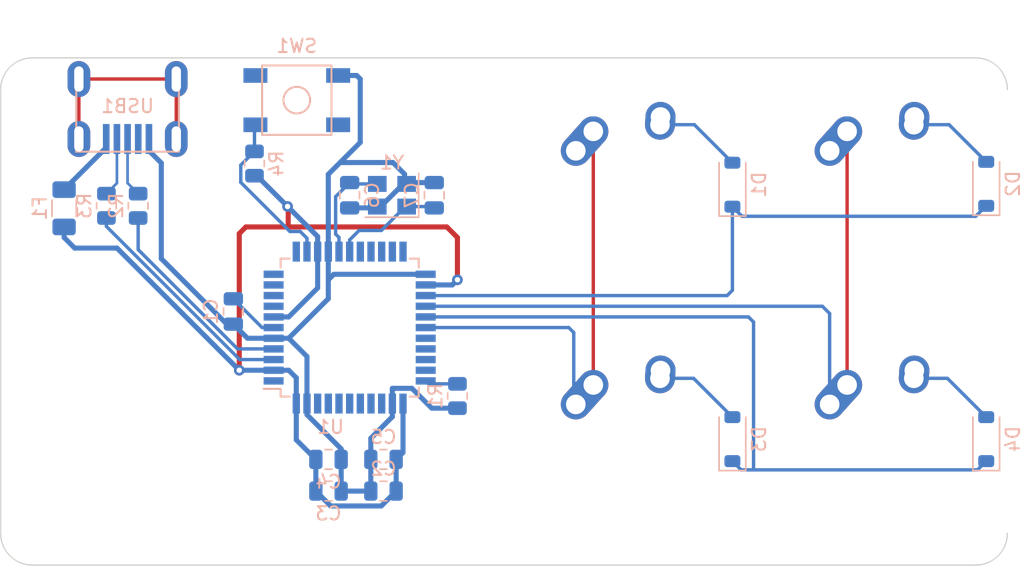
<source format=kicad_pcb>
(kicad_pcb (version 20221018) (generator pcbnew)
  (layers (0 "F.Cu" signal) (31 "B.Cu" signal) (34 "B.Paste" user) (35 "F.Paste" user) (36 "B.SilkS" user "B.Silkscreen") (37 "F.SilkS" user "F.Silkscreen") (38 "B.Mask" user) (39 "F.Mask" user) (44 "Edge.Cuts" user))
  (net 0 "")
  (net 1 "Net-(U1-UCAP)")
  (net 2 "GND")
  (net 3 "+5V")
  (net 4 "Net-(U1-XTAL2)")
  (net 5 "Net-(U1-XTAL1)")
  (net 6 "ROW0")
  (net 7 "Net-(D1-A)")
  (net 8 "Net-(D2-A)")
  (net 9 "ROW1")
  (net 10 "Net-(D3-A)")
  (net 11 "Net-(D4-A)")
  (net 12 "VCC")
  (net 13 "COL0")
  (net 14 "COL1")
  (net 15 "Net-(U1-~{HWB}{slash}PE2)")
  (net 16 "D+")
  (net 17 "Net-(U1-D+)")
  (net 18 "D-")
  (net 19 "Net-(U1-D-)")
  (net 20 "Net-(U1-~{RESET})")
  (net 44 "unconnected-(USB1-SHIELD-Pad6)")
  (footprint "MX_Alps_Hybrid:MX-1U-NoLED" (layer "F.Cu") (at 164.892 68.1765)
    (fp_text reference "MX4")
    (fp_text value "MX-NoLED")
    (pad "" np_thru_hole circle (at -5.08 0 48.0996) (size 1.75 1.75) (drill 1.75) (layers "*.Cu" "*.Mask"))
    (pad "" np_thru_hole circle (at 0 0) (size 3.9878 3.9878) (drill 3.9878) (layers "*.Cu" "*.Mask"))
    (pad "" np_thru_hole circle (at 5.08 0 48.0996) (size 1.75 1.75) (drill 1.75) (layers "*.Cu" "*.Mask"))
    (pad "1" thru_hole oval (at -3.81 -2.54 48.0996) (size 4.211556 2.25) (drill 1.47 (offset 0.980778 0)) (layers "*.Cu" "B.Mask") (net 14 "COL1"))
    (pad "1" thru_hole circle (at -2.5 -4) (size 2.25 2.25) (drill 1.47) (layers "*.Cu" "B.Mask") (net 14 "COL1"))
    (pad "2" thru_hole oval (at 2.5 -4.5 86.0548) (size 2.831378 2.25) (drill 1.47 (offset 0.290689 0)) (layers "*.Cu" "B.Mask") (net 11 "Net-(D4-A)"))
    (pad "2" thru_hole circle (at 2.54 -5.08) (size 2.25 2.25) (drill 1.47) (layers "*.Cu" "B.Mask") (net 11 "Net-(D4-A)"))
  )
  (footprint "MX_Alps_Hybrid:MX-1U-NoLED" (layer "F.Cu") (at 164.892 49.1505)
    (fp_text reference "MX2")
    (fp_text value "MX-NoLED")
    (pad "" np_thru_hole circle (at -5.08 0 48.0996) (size 1.75 1.75) (drill 1.75) (layers "*.Cu" "*.Mask"))
    (pad "" np_thru_hole circle (at 0 0) (size 3.9878 3.9878) (drill 3.9878) (layers "*.Cu" "*.Mask"))
    (pad "" np_thru_hole circle (at 5.08 0 48.0996) (size 1.75 1.75) (drill 1.75) (layers "*.Cu" "*.Mask"))
    (pad "1" thru_hole oval (at -3.81 -2.54 48.0996) (size 4.211556 2.25) (drill 1.47 (offset 0.980778 0)) (layers "*.Cu" "B.Mask") (net 14 "COL1"))
    (pad "1" thru_hole circle (at -2.5 -4) (size 2.25 2.25) (drill 1.47) (layers "*.Cu" "B.Mask") (net 14 "COL1"))
    (pad "2" thru_hole oval (at 2.5 -4.5 86.0548) (size 2.831378 2.25) (drill 1.47 (offset 0.290689 0)) (layers "*.Cu" "B.Mask") (net 8 "Net-(D2-A)"))
    (pad "2" thru_hole circle (at 2.54 -5.08) (size 2.25 2.25) (drill 1.47) (layers "*.Cu" "B.Mask") (net 8 "Net-(D2-A)"))
  )
  (footprint "MX_Alps_Hybrid:MX-1U-NoLED" (layer "F.Cu") (at 145.866 68.1765)
    (fp_text reference "MX3")
    (fp_text value "MX-NoLED")
    (pad "" np_thru_hole circle (at -5.08 0 48.0996) (size 1.75 1.75) (drill 1.75) (layers "*.Cu" "*.Mask"))
    (pad "" np_thru_hole circle (at 0 0) (size 3.9878 3.9878) (drill 3.9878) (layers "*.Cu" "*.Mask"))
    (pad "" np_thru_hole circle (at 5.08 0 48.0996) (size 1.75 1.75) (drill 1.75) (layers "*.Cu" "*.Mask"))
    (pad "1" thru_hole oval (at -3.81 -2.54 48.0996) (size 4.211556 2.25) (drill 1.47 (offset 0.980778 0)) (layers "*.Cu" "B.Mask") (net 13 "COL0"))
    (pad "1" thru_hole circle (at -2.5 -4) (size 2.25 2.25) (drill 1.47) (layers "*.Cu" "B.Mask") (net 13 "COL0"))
    (pad "2" thru_hole oval (at 2.5 -4.5 86.0548) (size 2.831378 2.25) (drill 1.47 (offset 0.290689 0)) (layers "*.Cu" "B.Mask") (net 10 "Net-(D3-A)"))
    (pad "2" thru_hole circle (at 2.54 -5.08) (size 2.25 2.25) (drill 1.47) (layers "*.Cu" "B.Mask") (net 10 "Net-(D3-A)"))
  )
  (footprint "MX_Alps_Hybrid:MX-1U-NoLED" (layer "F.Cu") (at 145.866 49.1505)
    (fp_text reference "MX1")
    (fp_text value "MX-NoLED")
    (pad "" np_thru_hole circle (at -5.08 0 48.0996) (size 1.75 1.75) (drill 1.75) (layers "*.Cu" "*.Mask"))
    (pad "" np_thru_hole circle (at 0 0) (size 3.9878 3.9878) (drill 3.9878) (layers "*.Cu" "*.Mask"))
    (pad "" np_thru_hole circle (at 5.08 0 48.0996) (size 1.75 1.75) (drill 1.75) (layers "*.Cu" "*.Mask"))
    (pad "1" thru_hole oval (at -3.81 -2.54 48.0996) (size 4.211556 2.25) (drill 1.47 (offset 0.980778 0)) (layers "*.Cu" "B.Mask") (net 13 "COL0"))
    (pad "1" thru_hole circle (at -2.5 -4) (size 2.25 2.25) (drill 1.47) (layers "*.Cu" "B.Mask") (net 13 "COL0"))
    (pad "2" thru_hole oval (at 2.5 -4.5 86.0548) (size 2.831378 2.25) (drill 1.47 (offset 0.290689 0)) (layers "*.Cu" "B.Mask") (net 7 "Net-(D1-A)"))
    (pad "2" thru_hole circle (at 2.54 -5.08) (size 2.25 2.25) (drill 1.47) (layers "*.Cu" "B.Mask") (net 7 "Net-(D1-A)"))
  )
  (footprint "Resistor_SMD:R_0805_2012Metric" (layer "B.Cu") (at 133.182 65.0055 -90)
    (fp_text reference "R1" (at 0 1.65 90) (layer "B.SilkS") (effects (justify mirror)))
    (fp_text value "10k")
    (fp_line (start -0.227064 -0.735) (end 0.227064 -0.735) (stroke (width 0.12)) (layer "B.SilkS"))
    (fp_line (start -0.227064 0.735) (end 0.227064 0.735) (stroke (width 0.12)) (layer "B.SilkS"))
    (pad "1" smd roundrect (at -0.9125 0 270) (size 1.025 1.4) (layers "B.Cu" "B.Paste" "B.Mask") (roundrect_rratio 0.243902) (net 15 "Net-(U1-~{HWB}{slash}PE2)"))
    (pad "2" smd roundrect (at 0.9125 0 270) (size 1.025 1.4) (layers "B.Cu" "B.Paste" "B.Mask") (roundrect_rratio 0.243902) (net 2 "GND"))
  )
  (footprint "Capacitor_SMD:C_0805_2012Metric" (layer "B.Cu") (at 123.51825 69.762)
    (fp_text reference "C4" (at 0 1.68) (layer "B.SilkS") (effects (justify mirror)))
    (fp_text value "0.1uF")
    (fp_line (start -0.261252 -0.735) (end 0.261252 -0.735) (stroke (width 0.12)) (layer "B.SilkS"))
    (fp_line (start -0.261252 0.735) (end 0.261252 0.735) (stroke (width 0.12)) (layer "B.SilkS"))
    (pad "1" smd roundrect (at -0.95 0) (size 1 1.45) (layers "B.Cu" "B.Paste" "B.Mask") (net 3 "+5V"))
    (pad "2" smd roundrect (at 0.95 0) (size 1 1.45) (layers "B.Cu" "B.Paste" "B.Mask") (net 2 "GND"))
  )
  (footprint "Resistor_SMD:R_0805_2012Metric" (layer "B.Cu") (at 106.8705 50.736 -90)
    (fp_text reference "R3" (at 0 1.65 90) (layer "B.SilkS") (effects (justify mirror)))
    (fp_text value "22")
    (fp_line (start -0.227064 -0.735) (end 0.227064 -0.735) (stroke (width 0.12)) (layer "B.SilkS"))
    (fp_line (start -0.227064 0.735) (end 0.227064 0.735) (stroke (width 0.12)) (layer "B.SilkS"))
    (pad "1" smd roundrect (at -0.9125 0 270) (size 1.025 1.4) (layers "B.Cu" "B.Paste" "B.Mask") (roundrect_rratio 0.243902) (net 18 "D-"))
    (pad "2" smd roundrect (at 0.9125 0 270) (size 1.025 1.4) (layers "B.Cu" "B.Paste" "B.Mask") (roundrect_rratio 0.243902) (net 19 "Net-(U1-D-)"))
  )
  (footprint "Capacitor_SMD:C_0805_2012Metric" (layer "B.Cu") (at 116.3835 58.6635 -90)
    (fp_text reference "C1" (at 0 1.68 90) (layer "B.SilkS") (effects (justify mirror)))
    (fp_text value "1uF")
    (fp_line (start -0.261252 -0.735) (end 0.261252 -0.735) (stroke (width 0.12)) (layer "B.SilkS"))
    (fp_line (start -0.261252 0.735) (end 0.261252 0.735) (stroke (width 0.12)) (layer "B.SilkS"))
    (pad "1" smd roundrect (at -0.95 0 270) (size 1 1.45) (layers "B.Cu" "B.Paste" "B.Mask") (net 1 "Net-(U1-UCAP)"))
    (pad "2" smd roundrect (at 0.95 0 270) (size 1 1.45) (layers "B.Cu" "B.Paste" "B.Mask") (net 2 "GND"))
  )
  (footprint "Fuse:Fuse_1206_3216Metric" (layer "B.Cu") (at 103.6995 50.9215 -90)
    (fp_text reference "F1" (at 0 1.82 90) (layer "B.SilkS") (effects (justify mirror)))
    (fp_text value "500mA")
    (fp_line (start -0.602064 -0.91) (end 0.602064 -0.91) (stroke (width 0.12)) (layer "B.SilkS"))
    (fp_line (start -0.602064 0.91) (end 0.602064 0.91) (stroke (width 0.12)) (layer "B.SilkS"))
    (pad "1" smd roundrect (at -1.4 0 270) (size 1.25 1.75) (layers "B.Cu" "B.Paste" "B.Mask") (roundrect_rratio 0.2) (net 12 "VCC"))
    (pad "2" smd roundrect (at 1.4 0 270) (size 1.25 1.75) (layers "B.Cu" "B.Paste" "B.Mask") (roundrect_rratio 0.2) (net 3 "+5V"))
  )
  (footprint "Diode_SMD:D_SOD-123" (layer "B.Cu") (at 172.8195 68.241 90)
    (fp_text reference "D4" (at 0 2 90) (layer "B.SilkS") (effects (justify mirror)))
    (fp_text value "D_Small")
    (fp_line (start -2.36 -1) (end 1.65 -1) (stroke (width 0.12)) (layer "B.SilkS"))
    (fp_line (start -2.36 1) (end -2.36 -1) (stroke (width 0.12)) (layer "B.SilkS"))
    (fp_line (start -2.36 1) (end 1.65 1) (stroke (width 0.12)) (layer "B.SilkS"))
    (pad "1" smd roundrect (at -1.65 0 90) (size 0.9 1.2) (layers "B.Cu" "B.Paste" "B.Mask") (net 9 "ROW1"))
    (pad "2" smd roundrect (at 1.65 0 90) (size 0.9 1.2) (layers "B.Cu" "B.Paste" "B.Mask") (net 11 "Net-(D4-A)"))
  )
  (footprint "Package_QFP:TQFP-44_10x10mm_P0.8mm" (layer "B.Cu") (at 125.10375 59.87225)
    (fp_text reference "U1" (at -1.42825 7.45) (layer "B.SilkS") (effects (justify mirror)))
    (fp_text value "ATmega32U4-A")
    (fp_line (start -5.175 -5.175) (end -5.175 -4.5) (stroke (width 0.15)) (layer "B.SilkS"))
    (fp_line (start -5.175 -5.175) (end -4.5 -5.175) (stroke (width 0.15)) (layer "B.SilkS"))
    (fp_line (start -5.175 4.6) (end -6.45 4.6) (stroke (width 0.15)) (layer "B.SilkS"))
    (fp_line (start -5.175 5.175) (end -5.175 4.6) (stroke (width 0.15)) (layer "B.SilkS"))
    (fp_line (start -5.175 5.175) (end -4.5 5.175) (stroke (width 0.15)) (layer "B.SilkS"))
    (fp_line (start 5.175 -5.175) (end 4.5 -5.175) (stroke (width 0.15)) (layer "B.SilkS"))
    (fp_line (start 5.175 -5.175) (end 5.175 -4.5) (stroke (width 0.15)) (layer "B.SilkS"))
    (fp_line (start 5.175 5.175) (end 4.5 5.175) (stroke (width 0.15)) (layer "B.SilkS"))
    (fp_line (start 5.175 5.175) (end 5.175 4.5) (stroke (width 0.15)) (layer "B.SilkS"))
    (pad "1" smd rect (at -5.7 4) (size 1.5 0.55) (layers "B.Cu" "B.Paste" "B.Mask"))
    (pad "2" smd rect (at -5.7 3.2) (size 1.5 0.55) (layers "B.Cu" "B.Paste" "B.Mask") (net 3 "+5V"))
    (pad "3" smd rect (at -5.7 2.4) (size 1.5 0.55) (layers "B.Cu" "B.Paste" "B.Mask") (net 19 "Net-(U1-D-)"))
    (pad "4" smd rect (at -5.7 1.6) (size 1.5 0.55) (layers "B.Cu" "B.Paste" "B.Mask") (net 17 "Net-(U1-D+)"))
    (pad "5" smd rect (at -5.7 0.8) (size 1.5 0.55) (layers "B.Cu" "B.Paste" "B.Mask") (net 2 "GND"))
    (pad "6" smd rect (at -5.7 0) (size 1.5 0.55) (layers "B.Cu" "B.Paste" "B.Mask") (net 1 "Net-(U1-UCAP)"))
    (pad "7" smd rect (at -5.7 -0.8) (size 1.5 0.55) (layers "B.Cu" "B.Paste" "B.Mask") (net 3 "+5V"))
    (pad "8" smd rect (at -5.7 -1.6) (size 1.5 0.55) (layers "B.Cu" "B.Paste" "B.Mask"))
    (pad "9" smd rect (at -5.7 -2.4) (size 1.5 0.55) (layers "B.Cu" "B.Paste" "B.Mask"))
    (pad "10" smd rect (at -5.7 -3.2) (size 1.5 0.55) (layers "B.Cu" "B.Paste" "B.Mask"))
    (pad "11" smd rect (at -5.7 -4) (size 1.5 0.55) (layers "B.Cu" "B.Paste" "B.Mask"))
    (pad "12" smd rect (at -4 -5.7 270) (size 1.5 0.55) (layers "B.Cu" "B.Paste" "B.Mask"))
    (pad "13" smd rect (at -3.2 -5.7 270) (size 1.5 0.55) (layers "B.Cu" "B.Paste" "B.Mask") (net 20 "Net-(U1-~{RESET})"))
    (pad "14" smd rect (at -2.4 -5.7 270) (size 1.5 0.55) (layers "B.Cu" "B.Paste" "B.Mask") (net 3 "+5V"))
    (pad "15" smd rect (at -1.6 -5.7 270) (size 1.5 0.55) (layers "B.Cu" "B.Paste" "B.Mask") (net 2 "GND"))
    (pad "16" smd rect (at -0.8 -5.7 270) (size 1.5 0.55) (layers "B.Cu" "B.Paste" "B.Mask") (net 4 "Net-(U1-XTAL2)"))
    (pad "17" smd rect (at 0 -5.7 270) (size 1.5 0.55) (layers "B.Cu" "B.Paste" "B.Mask") (net 5 "Net-(U1-XTAL1)"))
    (pad "18" smd rect (at 0.8 -5.7 270) (size 1.5 0.55) (layers "B.Cu" "B.Paste" "B.Mask"))
    (pad "19" smd rect (at 1.6 -5.7 270) (size 1.5 0.55) (layers "B.Cu" "B.Paste" "B.Mask"))
    (pad "20" smd rect (at 2.4 -5.7 270) (size 1.5 0.55) (layers "B.Cu" "B.Paste" "B.Mask"))
    (pad "21" smd rect (at 3.2 -5.7 270) (size 1.5 0.55) (layers "B.Cu" "B.Paste" "B.Mask"))
    (pad "22" smd rect (at 4 -5.7 270) (size 1.5 0.55) (layers "B.Cu" "B.Paste" "B.Mask"))
    (pad "23" smd rect (at 5.7 -4) (size 1.5 0.55) (layers "B.Cu" "B.Paste" "B.Mask") (net 2 "GND"))
    (pad "24" smd rect (at 5.7 -3.2) (size 1.5 0.55) (layers "B.Cu" "B.Paste" "B.Mask") (net 3 "+5V"))
    (pad "25" smd rect (at 5.7 -2.4) (size 1.5 0.55) (layers "B.Cu" "B.Paste" "B.Mask") (net 6 "ROW0"))
    (pad "26" smd rect (at 5.7 -1.6) (size 1.5 0.55) (layers "B.Cu" "B.Paste" "B.Mask") (net 14 "COL1"))
    (pad "27" smd rect (at 5.7 -0.8) (size 1.5 0.55) (layers "B.Cu" "B.Paste" "B.Mask") (net 9 "ROW1"))
    (pad "28" smd rect (at 5.7 0) (size 1.5 0.55) (layers "B.Cu" "B.Paste" "B.Mask") (net 13 "COL0"))
    (pad "29" smd rect (at 5.7 0.8) (size 1.5 0.55) (layers "B.Cu" "B.Paste" "B.Mask"))
    (pad "30" smd rect (at 5.7 1.6) (size 1.5 0.55) (layers "B.Cu" "B.Paste" "B.Mask"))
    (pad "31" smd rect (at 5.7 2.4) (size 1.5 0.55) (layers "B.Cu" "B.Paste" "B.Mask"))
    (pad "32" smd rect (at 5.7 3.2) (size 1.5 0.55) (layers "B.Cu" "B.Paste" "B.Mask"))
    (pad "33" smd rect (at 5.7 4) (size 1.5 0.55) (layers "B.Cu" "B.Paste" "B.Mask") (net 15 "Net-(U1-~{HWB}{slash}PE2)"))
    (pad "34" smd rect (at 4 5.7 270) (size 1.5 0.55) (layers "B.Cu" "B.Paste" "B.Mask") (net 3 "+5V"))
    (pad "35" smd rect (at 3.2 5.7 270) (size 1.5 0.55) (layers "B.Cu" "B.Paste" "B.Mask") (net 2 "GND"))
    (pad "36" smd rect (at 2.4 5.7 270) (size 1.5 0.55) (layers "B.Cu" "B.Paste" "B.Mask"))
    (pad "37" smd rect (at 1.6 5.7 270) (size 1.5 0.55) (layers "B.Cu" "B.Paste" "B.Mask"))
    (pad "38" smd rect (at 0.8 5.7 270) (size 1.5 0.55) (layers "B.Cu" "B.Paste" "B.Mask"))
    (pad "39" smd rect (at 0 5.7 270) (size 1.5 0.55) (layers "B.Cu" "B.Paste" "B.Mask"))
    (pad "40" smd rect (at -0.8 5.7 270) (size 1.5 0.55) (layers "B.Cu" "B.Paste" "B.Mask"))
    (pad "41" smd rect (at -1.6 5.7 270) (size 1.5 0.55) (layers "B.Cu" "B.Paste" "B.Mask"))
    (pad "42" smd rect (at -2.4 5.7 270) (size 1.5 0.55) (layers "B.Cu" "B.Paste" "B.Mask"))
    (pad "43" smd rect (at -3.2 5.7 270) (size 1.5 0.55) (layers "B.Cu" "B.Paste" "B.Mask") (net 2 "GND"))
    (pad "44" smd rect (at -4 5.7 270) (size 1.5 0.55) (layers "B.Cu" "B.Paste" "B.Mask") (net 3 "+5V"))
  )
  (footprint "random-keyboard-parts:Molex-0548190589" (layer "B.Cu") (at 108.456 41.223 -90)
    (fp_text reference "USB1" (at 2.032 0) (layer "B.SilkS") (effects (justify mirror)))
    (fp_text value "Molex-0548190589")
    (fp_line (start 0 -3.85) (end 5.45 -3.85) (stroke (width 0.15)) (layer "B.SilkS"))
    (fp_line (start 0 3.85) (end 5.45 3.85) (stroke (width 0.15)) (layer "B.SilkS"))
    (fp_line (start 5.45 3.85) (end 5.45 -3.85) (stroke (width 0.15)) (layer "B.SilkS"))
    (pad "1" smd rect (at 4.5 -1.6 270) (size 2.25 0.5) (layers "B.Cu" "B.Paste" "B.Mask") (net 2 "GND"))
    (pad "2" smd rect (at 4.5 -0.8 270) (size 2.25 0.5) (layers "B.Cu" "B.Paste" "B.Mask"))
    (pad "3" smd rect (at 4.5 0 270) (size 2.25 0.5) (layers "B.Cu" "B.Paste" "B.Mask") (net 16 "D+"))
    (pad "4" smd rect (at 4.5 0.8 270) (size 2.25 0.5) (layers "B.Cu" "B.Paste" "B.Mask") (net 18 "D-"))
    (pad "5" smd rect (at 4.5 1.6 270) (size 2.25 0.5) (layers "B.Cu" "B.Paste" "B.Mask") (net 12 "VCC"))
    (pad "6" thru_hole oval (at 0 -3.65 270) (size 2.7 1.7) (drill oval 1.9 0.7) (layers "*.Cu" "*.Mask") (net 44 "unconnected-(USB1-SHIELD-Pad6)"))
    (pad "6" thru_hole oval (at 0 3.65 270) (size 2.7 1.7) (drill oval 1.9 0.7) (layers "*.Cu" "*.Mask") (net 44 "unconnected-(USB1-SHIELD-Pad6)"))
    (pad "6" thru_hole oval (at 4.5 -3.65 270) (size 2.7 1.7) (drill oval 1.9 0.7) (layers "*.Cu" "*.Mask") (net 44 "unconnected-(USB1-SHIELD-Pad6)"))
    (pad "6" thru_hole oval (at 4.5 3.65 270) (size 2.7 1.7) (drill oval 1.9 0.7) (layers "*.Cu" "*.Mask") (net 44 "unconnected-(USB1-SHIELD-Pad6)"))
  )
  (footprint "Capacitor_SMD:C_0805_2012Metric" (layer "B.Cu") (at 131.44575 49.94325 -90)
    (fp_text reference "C7" (at 0 1.68 90) (layer "B.SilkS") (effects (justify mirror)))
    (fp_text value "22pF")
    (fp_line (start -0.261252 -0.735) (end 0.261252 -0.735) (stroke (width 0.12)) (layer "B.SilkS"))
    (fp_line (start -0.261252 0.735) (end 0.261252 0.735) (stroke (width 0.12)) (layer "B.SilkS"))
    (pad "1" smd roundrect (at -0.95 0 270) (size 1 1.45) (layers "B.Cu" "B.Paste" "B.Mask") (net 2 "GND"))
    (pad "2" smd roundrect (at 0.95 0 270) (size 1 1.45) (layers "B.Cu" "B.Paste" "B.Mask") (net 5 "Net-(U1-XTAL1)"))
  )
  (footprint "Capacitor_SMD:C_0805_2012Metric" (layer "B.Cu") (at 125.10375 49.94325 90)
    (fp_text reference "C6" (at 0 1.68 90) (layer "B.SilkS") (effects (justify mirror)))
    (fp_text value "22pF")
    (fp_line (start -0.261252 -0.735) (end 0.261252 -0.735) (stroke (width 0.12)) (layer "B.SilkS"))
    (fp_line (start -0.261252 0.735) (end 0.261252 0.735) (stroke (width 0.12)) (layer "B.SilkS"))
    (pad "1" smd roundrect (at -0.95 0 90) (size 1 1.45) (layers "B.Cu" "B.Paste" "B.Mask") (net 2 "GND"))
    (pad "2" smd roundrect (at 0.95 0 90) (size 1 1.45) (layers "B.Cu" "B.Paste" "B.Mask") (net 4 "Net-(U1-XTAL2)"))
  )
  (footprint "Resistor_SMD:R_0805_2012Metric" (layer "B.Cu") (at 109.24875 50.736 -90)
    (fp_text reference "R2" (at 0 1.65 90) (layer "B.SilkS") (effects (justify mirror)))
    (fp_text value "22")
    (fp_line (start -0.227064 -0.735) (end 0.227064 -0.735) (stroke (width 0.12)) (layer "B.SilkS"))
    (fp_line (start -0.227064 0.735) (end 0.227064 0.735) (stroke (width 0.12)) (layer "B.SilkS"))
    (pad "1" smd roundrect (at -0.9125 0 270) (size 1.025 1.4) (layers "B.Cu" "B.Paste" "B.Mask") (roundrect_rratio 0.243902) (net 16 "D+"))
    (pad "2" smd roundrect (at 0.9125 0 270) (size 1.025 1.4) (layers "B.Cu" "B.Paste" "B.Mask") (roundrect_rratio 0.243902) (net 17 "Net-(U1-D+)"))
  )
  (footprint "Diode_SMD:D_SOD-123" (layer "B.Cu") (at 153.7935 49.1505 90)
    (fp_text reference "D1" (at 0 2 90) (layer "B.SilkS") (effects (justify mirror)))
    (fp_text value "D_Small")
    (fp_line (start -2.36 -1) (end 1.65 -1) (stroke (width 0.12)) (layer "B.SilkS"))
    (fp_line (start -2.36 1) (end -2.36 -1) (stroke (width 0.12)) (layer "B.SilkS"))
    (fp_line (start -2.36 1) (end 1.65 1) (stroke (width 0.12)) (layer "B.SilkS"))
    (pad "1" smd roundrect (at -1.65 0 90) (size 0.9 1.2) (layers "B.Cu" "B.Paste" "B.Mask") (net 6 "ROW0"))
    (pad "2" smd roundrect (at 1.65 0 90) (size 0.9 1.2) (layers "B.Cu" "B.Paste" "B.Mask") (net 7 "Net-(D1-A)"))
  )
  (footprint "Resistor_SMD:R_0805_2012Metric" (layer "B.Cu") (at 117.969 47.565 90)
    (fp_text reference "R4" (at 0 1.65 90) (layer "B.SilkS") (effects (justify mirror)))
    (fp_text value "10k")
    (fp_line (start -0.227064 -0.735) (end 0.227064 -0.735) (stroke (width 0.12)) (layer "B.SilkS"))
    (fp_line (start -0.227064 0.735) (end 0.227064 0.735) (stroke (width 0.12)) (layer "B.SilkS"))
    (pad "1" smd roundrect (at -0.9125 0 90) (size 1.025 1.4) (layers "B.Cu" "B.Paste" "B.Mask") (roundrect_rratio 0.243902) (net 3 "+5V"))
    (pad "2" smd roundrect (at 0.9125 0 90) (size 1.025 1.4) (layers "B.Cu" "B.Paste" "B.Mask") (roundrect_rratio 0.243902) (net 20 "Net-(U1-~{RESET})"))
  )
  (footprint "random-keyboard-parts:SKQG-1155865" (layer "B.Cu") (at 121.14 42.8085)
    (fp_text reference "SW1" (at 0 -4.064) (layer "B.SilkS") (effects (justify mirror)))
    (fp_text value "SW_Push")
    (fp_line (start -2.6 -2.6) (end -2.6 2.6) (stroke (width 0.15)) (layer "B.SilkS"))
    (fp_line (start -2.6 2.6) (end 2.6 2.6) (stroke (width 0.15)) (layer "B.SilkS"))
    (fp_line (start 2.6 -2.6) (end -2.6 -2.6) (stroke (width 0.15)) (layer "B.SilkS"))
    (fp_line (start 2.6 2.6) (end 2.6 -2.6) (stroke (width 0.15)) (layer "B.SilkS"))
    (fp_circle (center 0 0) (end 1 0) (stroke (width 0.15)) (fill none) (layer "B.SilkS"))
    (pad "1" smd rect (at 3.1 -1.85) (size 1.8 1.1) (layers "B.Cu" "B.Paste" "B.Mask") (net 2 "GND"))
    (pad "2" smd rect (at -3.1 1.85) (size 1.8 1.1) (layers "B.Cu" "B.Paste" "B.Mask") (net 20 "Net-(U1-~{RESET})"))
    (pad "3" smd rect (at 3.1 1.85) (size 1.8 1.1) (layers "B.Cu" "B.Paste" "B.Mask"))
    (pad "4" smd rect (at -3.1 -1.85) (size 1.8 1.1) (layers "B.Cu" "B.Paste" "B.Mask"))
  )
  (footprint "Diode_SMD:D_SOD-123" (layer "B.Cu") (at 172.8195 49.086 90)
    (fp_text reference "D2" (at 0 2 90) (layer "B.SilkS") (effects (justify mirror)))
    (fp_text value "D_Small")
    (fp_line (start -2.36 -1) (end 1.65 -1) (stroke (width 0.12)) (layer "B.SilkS"))
    (fp_line (start -2.36 1) (end -2.36 -1) (stroke (width 0.12)) (layer "B.SilkS"))
    (fp_line (start -2.36 1) (end 1.65 1) (stroke (width 0.12)) (layer "B.SilkS"))
    (pad "1" smd roundrect (at -1.65 0 90) (size 0.9 1.2) (layers "B.Cu" "B.Paste" "B.Mask") (net 6 "ROW0"))
    (pad "2" smd roundrect (at 1.65 0 90) (size 0.9 1.2) (layers "B.Cu" "B.Paste" "B.Mask") (net 8 "Net-(D2-A)"))
  )
  (footprint "Capacitor_SMD:C_0805_2012Metric" (layer "B.Cu") (at 123.51825 72.14025)
    (fp_text reference "C3" (at 0 1.68) (layer "B.SilkS") (effects (justify mirror)))
    (fp_text value "0.1uF")
    (fp_line (start -0.261252 -0.735) (end 0.261252 -0.735) (stroke (width 0.12)) (layer "B.SilkS"))
    (fp_line (start -0.261252 0.735) (end 0.261252 0.735) (stroke (width 0.12)) (layer "B.SilkS"))
    (pad "1" smd roundrect (at -0.95 0) (size 1 1.45) (layers "B.Cu" "B.Paste" "B.Mask") (net 3 "+5V"))
    (pad "2" smd roundrect (at 0.95 0) (size 1 1.45) (layers "B.Cu" "B.Paste" "B.Mask") (net 2 "GND"))
  )
  (footprint "Capacitor_SMD:C_0805_2012Metric" (layer "B.Cu") (at 127.63925 72.14025 180)
    (fp_text reference "C2" (at 0 1.68) (layer "B.SilkS") (effects (justify mirror)))
    (fp_text value "0.1uF")
    (fp_line (start -0.261252 -0.735) (end 0.261252 -0.735) (stroke (width 0.12)) (layer "B.SilkS"))
    (fp_line (start -0.261252 0.735) (end 0.261252 0.735) (stroke (width 0.12)) (layer "B.SilkS"))
    (pad "1" smd roundrect (at -0.95 0 180) (size 1 1.45) (layers "B.Cu" "B.Paste" "B.Mask") (net 3 "+5V"))
    (pad "2" smd roundrect (at 0.95 0 180) (size 1 1.45) (layers "B.Cu" "B.Paste" "B.Mask") (net 2 "GND"))
  )
  (footprint "Diode_SMD:D_SOD-123" (layer "B.Cu") (at 153.7935 68.241 90)
    (fp_text reference "D3" (at 0 2 90) (layer "B.SilkS") (effects (justify mirror)))
    (fp_text value "D_Small")
    (fp_line (start -2.36 -1) (end 1.65 -1) (stroke (width 0.12)) (layer "B.SilkS"))
    (fp_line (start -2.36 1) (end -2.36 -1) (stroke (width 0.12)) (layer "B.SilkS"))
    (fp_line (start -2.36 1) (end 1.65 1) (stroke (width 0.12)) (layer "B.SilkS"))
    (pad "1" smd roundrect (at -1.65 0 90) (size 0.9 1.2) (layers "B.Cu" "B.Paste" "B.Mask") (net 9 "ROW1"))
    (pad "2" smd roundrect (at 1.65 0 90) (size 0.9 1.2) (layers "B.Cu" "B.Paste" "B.Mask") (net 10 "Net-(D3-A)"))
  )
  (footprint "Crystal:Crystal_SMD_3225-4Pin_3.2x2.5mm" (layer "B.Cu") (at 128.27475 49.94325 180)
    (fp_text reference "Y1" (at 0 2.45) (layer "B.SilkS") (effects (justify mirror)))
    (fp_text value "16MHz")
    (fp_line (start -2 -1.65) (end 2 -1.65) (stroke (width 0.12)) (layer "B.SilkS"))
    (fp_line (start -2 1.65) (end -2 -1.65) (stroke (width 0.12)) (layer "B.SilkS"))
    (pad "1" smd rect (at -1.1 -0.85 180) (size 1.4 1.2) (layers "B.Cu" "B.Paste" "B.Mask") (net 5 "Net-(U1-XTAL1)"))
    (pad "2" smd rect (at 1.1 -0.85 180) (size 1.4 1.2) (layers "B.Cu" "B.Paste" "B.Mask") (net 2 "GND"))
    (pad "3" smd rect (at 1.1 0.85 180) (size 1.4 1.2) (layers "B.Cu" "B.Paste" "B.Mask") (net 4 "Net-(U1-XTAL2)"))
    (pad "4" smd rect (at -1.1 0.85 180) (size 1.4 1.2) (layers "B.Cu" "B.Paste" "B.Mask") (net 2 "GND"))
  )
  (footprint "Capacitor_SMD:C_0805_2012Metric" (layer "B.Cu") (at 127.63925 69.762 180)
    (fp_text reference "C5" (at 0 1.68) (layer "B.SilkS") (effects (justify mirror)))
    (fp_text value "10uF")
    (fp_line (start -0.261252 -0.735) (end 0.261252 -0.735) (stroke (width 0.12)) (layer "B.SilkS"))
    (fp_line (start -0.261252 0.735) (end 0.261252 0.735) (stroke (width 0.12)) (layer "B.SilkS"))
    (pad "1" smd roundrect (at -0.95 0 180) (size 1 1.45) (layers "B.Cu" "B.Paste" "B.Mask") (net 3 "+5V"))
    (pad "2" smd roundrect (at 0.95 0 180) (size 1 1.45) (layers "B.Cu" "B.Paste" "B.Mask") (net 2 "GND"))
  )
  (gr_arc (start 98.943 42.01575) (mid 99.639573 40.334073) (end 101.32125 39.6375) (stroke (width 0.1)) (layer "Edge.Cuts"))
  (gr_line (start 101.32125 77.6895) (end 172.02675 77.6895) (stroke (width 0.1)) (layer "Edge.Cuts"))
  (gr_arc (start 174.405 75.31125) (mid 173.708427 76.992927) (end 172.02675 77.6895) (stroke (width 0.1)) (layer "Edge.Cuts"))
  (gr_line (start 101.32125 39.6375) (end 172.02675 39.6375) (stroke (width 0.1)) (layer "Edge.Cuts"))
  (gr_line (start 98.943 42.01575) (end 98.943 75.31125) (stroke (width 0.1)) (layer "Edge.Cuts"))
  (gr_arc (start 101.32125 77.6895) (mid 99.639573 76.992927) (end 98.943 75.31125) (stroke (width 0.1)) (layer "Edge.Cuts"))
  (gr_arc (start 172.02675 39.6375) (mid 173.708427 40.334073) (end 174.405 42.01575) (stroke (width 0.1)) (layer "Edge.Cuts"))
  (segment (start 116.3835 57.7135) (end 118.54225 59.87225) (width 0.254) (layer "B.Cu") (net 1))
  (segment (start 118.54225 59.87225) (end 119.40375 59.87225) (width 0.254) (layer "B.Cu") (net 1))
  (segment (start 123.91675 55.87225) (end 123.50375 56.28525) (width 0.381) (layer "B.Cu") (net 2))
  (segment (start 126.68925 68.1765) (end 128.30375 66.562) (width 0.381) (layer "B.Cu") (net 2))
  (segment (start 124.46825 68.97575) (end 121.90375 66.41125) (width 0.381) (layer "B.Cu") (net 2))
  (segment (start 124.386375 47.489625) (end 123.50375 48.37225) (width 0.381) (layer "B.Cu") (net 2))
  (segment (start 129.47475 48.99325) (end 129.37475 49.09325) (width 0.381) (layer "B.Cu") (net 2))
  (segment (start 129.21825 48.35775) (end 128.350125 47.489625) (width 0.381) (layer "B.Cu") (net 2))
  (segment (start 128.30375 66.562) (end 128.30375 65.57225) (width 0.381) (layer "B.Cu") (net 2))
  (segment (start 110.985 54.69975) (end 115.89875 59.6135) (width 0.381) (layer "B.Cu") (net 2))
  (segment (start 125.632 40.9585) (end 125.8965 41.223) (width 0.381) (layer "B.Cu") (net 2))
  (segment (start 127.07475 50.89325) (end 127.17475 50.79325) (width 0.381) (layer "B.Cu") (net 2))
  (segment (start 129.12475 49.09325) (end 129.37475 49.09325) (width 0.381) (layer "B.Cu") (net 2))
  (segment (start 121.90375 62.04125) (end 120.53475 60.67225) (width 0.381) (layer "B.Cu") (net 2))
  (segment (start 129.21825 48.93675) (end 129.21825 48.35775) (width 0.381) (layer "B.Cu") (net 2))
  (segment (start 110.985 47.527) (end 110.985 54.69975) (width 0.381) (layer "B.Cu") (net 2))
  (segment (start 124.24 40.9585) (end 125.632 40.9585) (width 0.381) (layer "B.Cu") (net 2))
  (segment (start 117.44225 60.67225) (end 119.40375 60.67225) (width 0.381) (layer "B.Cu") (net 2))
  (segment (start 125.10375 50.89325) (end 127.07475 50.89325) (width 0.381) (layer "B.Cu") (net 2))
  (segment (start 124.46825 69.762) (end 124.46825 72.14025) (width 0.381) (layer "B.Cu") (net 2))
  (segment (start 123.50375 54.17225) (end 123.50375 57.70325) (width 0.381) (layer "B.Cu") (net 2))
  (segment (start 120.53475 60.67225) (end 119.40375 60.67225) (width 0.381) (layer "B.Cu") (net 2))
  (segment (start 121.90375 65.57225) (end 121.90375 62.04125) (width 0.381) (layer "B.Cu") (net 2))
  (segment (start 115.89875 59.6135) (end 116.3835 59.6135) (width 0.381) (layer "B.Cu") (net 2))
  (segment (start 128.30375 64.44125) (end 128.30375 65.57225) (width 0.381) (layer "B.Cu") (net 2))
  (segment (start 123.50375 48.37225) (end 123.50375 54.17225) (width 0.381) (layer "B.Cu") (net 2))
  (segment (start 133.182 65.918) (end 131.2555 65.918) (width 0.381) (layer "B.Cu") (net 2))
  (segment (start 125.8965 45.9795) (end 124.386375 47.489625) (width 0.381) (layer "B.Cu") (net 2))
  (segment (start 127.17475 50.79325) (end 127.42475 50.79325) (width 0.381) (layer "B.Cu") (net 2))
  (segment (start 128.350125 47.489625) (end 124.386375 47.489625) (width 0.381) (layer "B.Cu") (net 2))
  (segment (start 126.68925 69.762) (end 126.68925 72.14025) (width 0.381) (layer "B.Cu") (net 2))
  (segment (start 130.80375 55.87225) (end 123.91675 55.87225) (width 0.381) (layer "B.Cu") (net 2))
  (segment (start 131.44575 48.99325) (end 129.47475 48.99325) (width 0.381) (layer "B.Cu") (net 2))
  (segment (start 116.3835 59.6135) (end 117.44225 60.67225) (width 0.381) (layer "B.Cu") (net 2))
  (segment (start 123.50375 57.70325) (end 120.53475 60.67225) (width 0.381) (layer "B.Cu") (net 2))
  (segment (start 128.31325 64.43175) (end 128.30375 64.44125) (width 0.381) (layer "B.Cu") (net 2))
  (segment (start 121.90375 66.41125) (end 121.90375 65.57225) (width 0.381) (layer "B.Cu") (net 2))
  (segment (start 131.2555 65.918) (end 129.76925 64.43175) (width 0.381) (layer "B.Cu") (net 2))
  (segment (start 124.46825 69.762) (end 124.46825 68.97575) (width 0.381) (layer "B.Cu") (net 2))
  (segment (start 124.46825 72.14025) (end 126.68925 72.14025) (width 0.381) (layer "B.Cu") (net 2))
  (segment (start 110.056 45.723) (end 110.056 46.598) (width 0.381) (layer "B.Cu") (net 2))
  (segment (start 110.056 46.598) (end 110.985 47.527) (width 0.381) (layer "B.Cu") (net 2))
  (segment (start 125.8965 41.223) (end 125.8965 45.9795) (width 0.381) (layer "B.Cu") (net 2))
  (segment (start 129.76925 64.43175) (end 128.31325 64.43175) (width 0.381) (layer "B.Cu") (net 2))
  (segment (start 129.37475 49.09325) (end 129.21825 48.93675) (width 0.381) (layer "B.Cu") (net 2))
  (segment (start 126.68925 69.762) (end 126.68925 68.1765) (width 0.381) (layer "B.Cu") (net 2))
  (segment (start 127.42475 50.79325) (end 129.12475 49.09325) (width 0.381) (layer "B.Cu") (net 2))
  (segment (start 116.8285 63.07225) (end 116.8285 52.82) (width 0.381) (layer "F.Cu") (net 3))
  (segment (start 116.8285 52.82) (end 117.327 52.3215) (width 0.381) (layer "F.Cu") (net 3))
  (segment (start 117.327 52.3215) (end 120.498 52.3215) (width 0.381) (layer "F.Cu") (net 3))
  (segment (start 120.44825 50.78575) (end 120.498 50.8355) (width 0.381) (layer "F.Cu") (net 3))
  (segment (start 120.498 50.8355) (end 120.498 52.3215) (width 0.381) (layer "F.Cu") (net 3))
  (segment (start 132.38925 52.3215) (end 133.182 53.11425) (width 0.381) (layer "F.Cu") (net 3))
  (segment (start 133.182 53.11425) (end 133.182 56.28525) (width 0.381) (layer "F.Cu") (net 3))
  (segment (start 120.498 52.3215) (end 132.38925 52.3215) (width 0.381) (layer "F.Cu") (net 3))
  (via (at 116.8285 63.07225) (size 0.8) (drill 0.4) (layers "F.Cu" "B.Cu") (net 3))
  (via (at 133.182 56.28525) (size 0.8) (drill 0.4) (layers "F.Cu" "B.Cu") (net 3))
  (via (at 120.44825 50.78575) (size 0.8) (drill 0.4) (layers "F.Cu" "B.Cu") (net 3))
  (segment (start 117.969 48.4775) (end 118.14 48.4775) (width 0.381) (layer "B.Cu") (net 3))
  (segment (start 122.56825 72.14025) (end 123.68375 73.25575) (width 0.381) (layer "B.Cu") (net 3))
  (segment (start 121.10375 68.2975) (end 121.10375 65.57225) (width 0.381) (layer "B.Cu") (net 3))
  (segment (start 121.10375 63.64125) (end 120.53475 63.07225) (width 0.381) (layer "B.Cu") (net 3))
  (segment (start 120.53475 63.07225) (end 119.40375 63.07225) (width 0.381) (layer "B.Cu") (net 3))
  (segment (start 132.795 56.67225) (end 130.80375 56.67225) (width 0.381) (layer "B.Cu") (net 3))
  (segment (start 116.8285 63.07225) (end 119.40375 63.07225) (width 0.381) (layer "B.Cu") (net 3))
  (segment (start 122.70375 56.90325) (end 122.70375 54.17225) (width 0.381) (layer "B.Cu") (net 3))
  (segment (start 122.56825 69.762) (end 121.10375 68.2975) (width 0.381) (layer "B.Cu") (net 3))
  (segment (start 107.66325 53.907) (end 116.8285 63.07225) (width 0.381) (layer "B.Cu") (net 3))
  (segment (start 122.70375 53.04125) (end 122.70375 54.17225) (width 0.381) (layer "B.Cu") (net 3))
  (segment (start 120.53475 59.07225) (end 122.70375 56.90325) (width 0.381) (layer "B.Cu") (net 3))
  (segment (start 103.6995 53.11425) (end 104.49225 53.907) (width 0.381) (layer "B.Cu") (net 3))
  (segment (start 127.47375 73.25575) (end 128.58925 72.14025) (width 0.381) (layer "B.Cu") (net 3))
  (segment (start 122.56825 69.762) (end 122.56825 72.14025) (width 0.381) (layer "B.Cu") (net 3))
  (segment (start 119.40375 59.07225) (end 120.53475 59.07225) (width 0.381) (layer "B.Cu") (net 3))
  (segment (start 104.49225 53.907) (end 107.66325 53.907) (width 0.381) (layer "B.Cu") (net 3))
  (segment (start 128.58925 69.762) (end 128.58925 72.14025) (width 0.381) (layer "B.Cu") (net 3))
  (segment (start 118.14 48.4775) (end 122.70375 53.04125) (width 0.381) (layer "B.Cu") (net 3))
  (segment (start 129.10375 69.2475) (end 129.10375 65.57225) (width 0.381) (layer "B.Cu") (net 3))
  (segment (start 133.182 56.28525) (end 132.795 56.67225) (width 0.381) (layer "B.Cu") (net 3))
  (segment (start 103.6995 52.3215) (end 103.6995 53.11425) (width 0.381) (layer "B.Cu") (net 3))
  (segment (start 123.68375 73.25575) (end 127.47375 73.25575) (width 0.381) (layer "B.Cu") (net 3))
  (segment (start 121.10375 65.57225) (end 121.10375 63.64125) (width 0.381) (layer "B.Cu") (net 3))
  (segment (start 128.58925 69.762) (end 129.10375 69.2475) (width 0.381) (layer "B.Cu") (net 3))
  (segment (start 125.20375 49.09325) (end 125.10375 48.99325) (width 0.254) (layer "B.Cu") (net 4))
  (segment (start 124.30375 53.107) (end 124.30375 54.17225) (width 0.254) (layer "B.Cu") (net 4))
  (segment (start 125.10375 48.99325) (end 124.05175 50.04525) (width 0.254) (layer "B.Cu") (net 4))
  (segment (start 127.17475 49.09325) (end 125.20375 49.09325) (width 0.254) (layer "B.Cu") (net 4))
  (segment (start 124.05175 50.04525) (end 124.05175 52.855) (width 0.254) (layer "B.Cu") (net 4))
  (segment (start 124.05175 52.855) (end 124.30375 53.107) (width 0.254) (layer "B.Cu") (net 4))
  (segment (start 129.37475 50.79325) (end 129.27475 50.79325) (width 0.254) (layer "B.Cu") (net 5))
  (segment (start 129.27475 50.79325) (end 127.482 52.586) (width 0.254) (layer "B.Cu") (net 5))
  (segment (start 125.10375 53.29325) (end 125.10375 54.17225) (width 0.254) (layer "B.Cu") (net 5))
  (segment (start 125.811 52.586) (end 125.10375 53.29325) (width 0.254) (layer "B.Cu") (net 5))
  (segment (start 129.37475 50.79325) (end 131.34575 50.79325) (width 0.254) (layer "B.Cu") (net 5))
  (segment (start 127.482 52.586) (end 125.811 52.586) (width 0.254) (layer "B.Cu") (net 5))
  (segment (start 131.34575 50.79325) (end 131.44575 50.89325) (width 0.254) (layer "B.Cu") (net 5))
  (segment (start 153.7935 57.078) (end 153.7935 50.8005) (width 0.254) (layer "B.Cu") (net 6))
  (segment (start 130.80375 57.47225) (end 153.39925 57.47225) (width 0.254) (layer "B.Cu") (net 6))
  (segment (start 154.5144 51.5214) (end 172.0341 51.5214) (width 0.254) (layer "B.Cu") (net 6))
  (segment (start 172.0341 51.5214) (end 172.8195 50.736) (width 0.254) (layer "B.Cu") (net 6))
  (segment (start 153.39925 57.47225) (end 153.7935 57.078) (width 0.254) (layer "B.Cu") (net 6))
  (segment (start 153.7935 50.8005) (end 154.5144 51.5214) (width 0.254) (layer "B.Cu") (net 6))
  (segment (start 148.366 44.6505) (end 150.9435 44.6505) (width 0.254) (layer "B.Cu") (net 7))
  (segment (start 150.9435 44.6505) (end 153.7935 47.5005) (width 0.254) (layer "B.Cu") (net 7))
  (segment (start 148.406 44.0705) (end 148.406 44.6105) (width 0.254) (layer "B.Cu") (net 7))
  (segment (start 148.406 44.6105) (end 148.366 44.6505) (width 0.254) (layer "B.Cu") (net 7))
  (segment (start 170.034 44.6505) (end 172.8195 47.436) (width 0.254) (layer "B.Cu") (net 8))
  (segment (start 167.392 44.1105) (end 167.432 44.0705) (width 0.254) (layer "B.Cu") (net 8))
  (segment (start 167.392 44.6505) (end 167.392 44.1105) (width 0.254) (layer "B.Cu") (net 8))
  (segment (start 167.392 44.6505) (end 170.034 44.6505) (width 0.254) (layer "B.Cu") (net 8))
  (segment (start 130.80375 59.07225) (end 154.995 59.07225) (width 0.254) (layer "B.Cu") (net 9))
  (segment (start 155.379 70.5474) (end 172.1631 70.5474) (width 0.254) (layer "B.Cu") (net 9))
  (segment (start 153.7935 69.891) (end 154.4499 70.5474) (width 0.254) (layer "B.Cu") (net 9))
  (segment (start 154.4499 70.5474) (end 155.379 70.5474) (width 0.254) (layer "B.Cu") (net 9))
  (segment (start 155.379 59.45625) (end 155.379 70.5474) (width 0.254) (layer "B.Cu") (net 9))
  (segment (start 172.1631 70.5474) (end 172.8195 69.891) (width 0.254) (layer "B.Cu") (net 9))
  (segment (start 154.995 59.07225) (end 155.379 59.45625) (width 0.254) (layer "B.Cu") (net 9))
  (segment (start 148.366 63.6765) (end 150.879 63.6765) (width 0.254) (layer "B.Cu") (net 10))
  (segment (start 150.879 63.6765) (end 153.7935 66.591) (width 0.254) (layer "B.Cu") (net 10))
  (segment (start 167.392 63.6765) (end 167.392 63.1365) (width 0.254) (layer "B.Cu") (net 11))
  (segment (start 169.905 63.6765) (end 172.8195 66.591) (width 0.254) (layer "B.Cu") (net 11))
  (segment (start 167.392 63.1365) (end 167.432 63.0965) (width 0.254) (layer "B.Cu") (net 11))
  (segment (start 167.392 63.6765) (end 169.905 63.6765) (width 0.254) (layer "B.Cu") (net 11))
  (segment (start 106.856 46.365) (end 106.856 45.723) (width 0.381) (layer "B.Cu") (net 12))
  (segment (start 103.6995 49.5215) (end 106.856 46.365) (width 0.381) (layer "B.Cu") (net 12))
  (segment (start 143.366 64.1765) (end 143.366 45.1505) (width 0.254) (layer "F.Cu") (net 13))
  (segment (start 141.5255 59.87225) (end 141.90225 60.249) (width 0.254) (layer "B.Cu") (net 13))
  (segment (start 130.80375 59.87225) (end 141.5255 59.87225) (width 0.254) (layer "B.Cu") (net 13))
  (segment (start 141.90225 65.48275) (end 142.056 65.6365) (width 0.254) (layer "B.Cu") (net 13))
  (segment (start 141.90225 60.249) (end 141.90225 65.48275) (width 0.254) (layer "B.Cu") (net 13))
  (segment (start 161.082 65.4865) (end 162.392 64.1765) (width 0.254) (layer "F.Cu") (net 14))
  (segment (start 161.082 65.6365) (end 161.082 65.4865) (width 0.254) (layer "F.Cu") (net 14))
  (segment (start 162.392 64.1765) (end 162.392 45.1505) (width 0.254) (layer "F.Cu") (net 14))
  (segment (start 161.082 58.81725) (end 161.082 65.6365) (width 0.254) (layer "B.Cu") (net 14))
  (segment (start 130.80375 58.27225) (end 160.537 58.27225) (width 0.254) (layer "B.Cu") (net 14))
  (segment (start 160.537 58.27225) (end 161.082 58.81725) (width 0.254) (layer "B.Cu") (net 14))
  (segment (start 131.0245 64.093) (end 130.80375 63.87225) (width 0.254) (layer "B.Cu") (net 15))
  (segment (start 133.182 64.093) (end 131.0245 64.093) (width 0.254) (layer "B.Cu") (net 15))
  (segment (start 108.456 49.03075) (end 109.24875 49.8235) (width 0.2) (layer "B.Cu") (net 16))
  (segment (start 108.456 45.723) (end 108.456 49.03075) (width 0.2) (layer "B.Cu") (net 16))
  (segment (start 116.701249 61.47225) (end 119.40375 61.47225) (width 0.254) (layer "B.Cu") (net 17))
  (segment (start 109.24875 51.6485) (end 109.24875 54.019751) (width 0.254) (layer "B.Cu") (net 17))
  (segment (start 109.24875 54.019751) (end 116.701249 61.47225) (width 0.254) (layer "B.Cu") (net 17))
  (segment (start 107.656 49.038) (end 106.8705 49.8235) (width 0.2) (layer "B.Cu") (net 18))
  (segment (start 107.656 45.723) (end 107.656 49.038) (width 0.2) (layer "B.Cu") (net 18))
  (segment (start 116.859197 62.27225) (end 119.40375 62.27225) (width 0.254) (layer "B.Cu") (net 19))
  (segment (start 106.8705 51.6485) (end 106.8705 52.283553) (width 0.254) (layer "B.Cu") (net 19))
  (segment (start 106.8705 52.283553) (end 116.859197 62.27225) (width 0.254) (layer "B.Cu") (net 19))
  (segment (start 116.942 47.6795) (end 116.942 48.979001) (width 0.254) (layer "B.Cu") (net 20))
  (segment (start 120.624802 52.661803) (end 121.397303 52.661803) (width 0.254) (layer "B.Cu") (net 20))
  (segment (start 116.942 48.979001) (end 120.624802 52.661803) (width 0.254) (layer "B.Cu") (net 20))
  (segment (start 121.90375 53.16825) (end 121.90375 54.17225) (width 0.254) (layer "B.Cu") (net 20))
  (segment (start 117.969 46.6525) (end 117.969 44.7295) (width 0.254) (layer "B.Cu") (net 20))
  (segment (start 117.969 44.7295) (end 118.04 44.6585) (width 0.254) (layer "B.Cu") (net 20))
  (segment (start 117.969 46.6525) (end 116.942 47.6795) (width 0.254) (layer "B.Cu") (net 20))
  (segment (start 121.397303 52.661803) (end 121.90375 53.16825) (width 0.254) (layer "B.Cu") (net 20))
  (segment (start 104.806 41.223) (end 104.806 45.723) (width 0.254) (layer "F.Cu") (net 44))
  (segment (start 104.806 41.223) (end 112.106 41.223) (width 0.254) (layer "F.Cu") (net 44))
  (segment (start 112.106 41.223) (end 112.106 45.723) (width 0.254) (layer "F.Cu") (net 44))
)
</source>
